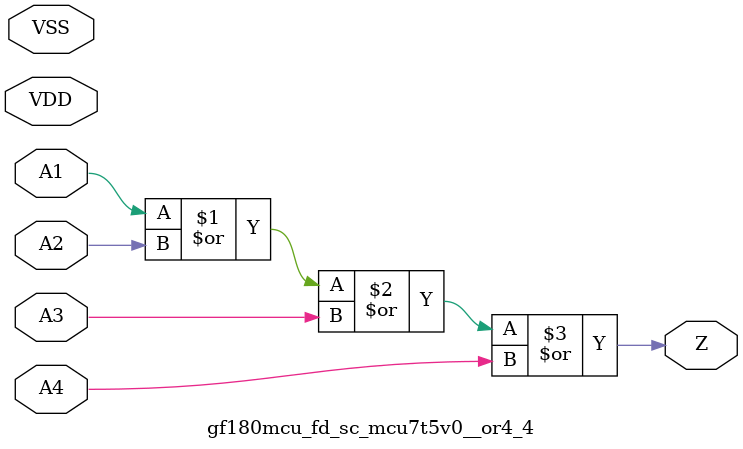
<source format=v>

module gf180mcu_fd_sc_mcu7t5v0__or4_4( A4, A3, A2, A1, Z, VDD, VSS );
input A1, A2, A3, A4;
inout VDD, VSS;
output Z;

	or MGM_BG_0( Z, A1, A2, A3, A4 );

endmodule

</source>
